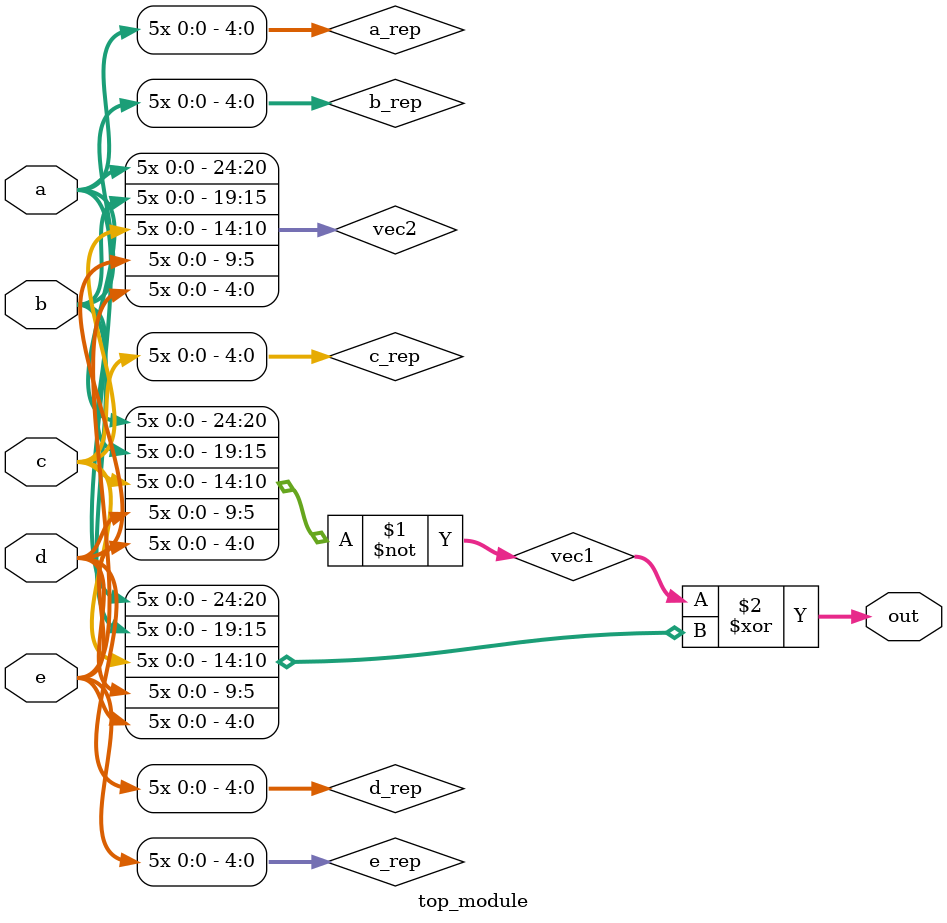
<source format=sv>
module top_module (
    input a,
    input b,
    input c,
    input d,
    input e,
    output [24:0] out
);
    wire [4:0] a_rep = {5{a}};
    wire [4:0] b_rep = {5{b}};
    wire [4:0] c_rep = {5{c}};
    wire [4:0] d_rep = {5{d}};
    wire [4:0] e_rep = {5{e}};

    wire [24:0] vec1 = ~{a_rep, b_rep, c_rep, d_rep, e_rep};
    wire [24:0] vec2 = {a_rep, b_rep, c_rep, d_rep, e_rep};

    assign out = vec1 ^ vec2;

endmodule

</source>
